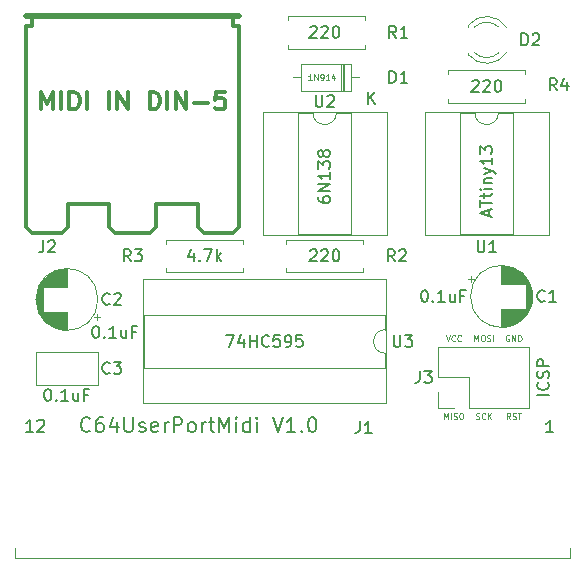
<source format=gto>
G04 #@! TF.GenerationSoftware,KiCad,Pcbnew,5.1.9+dfsg1-1*
G04 #@! TF.CreationDate,2021-03-03T12:24:53-06:00*
G04 #@! TF.ProjectId,C64UserPortMidi,43363455-7365-4725-906f-72744d696469,rev?*
G04 #@! TF.SameCoordinates,Original*
G04 #@! TF.FileFunction,Legend,Top*
G04 #@! TF.FilePolarity,Positive*
%FSLAX46Y46*%
G04 Gerber Fmt 4.6, Leading zero omitted, Abs format (unit mm)*
G04 Created by KiCad (PCBNEW 5.1.9+dfsg1-1) date 2021-03-03 12:24:53*
%MOMM*%
%LPD*%
G01*
G04 APERTURE LIST*
%ADD10C,0.150000*%
%ADD11C,0.200000*%
%ADD12C,0.100000*%
%ADD13C,0.304800*%
%ADD14C,0.500000*%
%ADD15C,0.120000*%
%ADD16C,0.300000*%
G04 APERTURE END LIST*
D10*
X132365904Y-109148619D02*
X132413523Y-109101000D01*
X132508761Y-109053380D01*
X132746857Y-109053380D01*
X132842095Y-109101000D01*
X132889714Y-109148619D01*
X132937333Y-109243857D01*
X132937333Y-109339095D01*
X132889714Y-109481952D01*
X132318285Y-110053380D01*
X132937333Y-110053380D01*
X133318285Y-109148619D02*
X133365904Y-109101000D01*
X133461142Y-109053380D01*
X133699238Y-109053380D01*
X133794476Y-109101000D01*
X133842095Y-109148619D01*
X133889714Y-109243857D01*
X133889714Y-109339095D01*
X133842095Y-109481952D01*
X133270666Y-110053380D01*
X133889714Y-110053380D01*
X134508761Y-109053380D02*
X134604000Y-109053380D01*
X134699238Y-109101000D01*
X134746857Y-109148619D01*
X134794476Y-109243857D01*
X134842095Y-109434333D01*
X134842095Y-109672428D01*
X134794476Y-109862904D01*
X134746857Y-109958142D01*
X134699238Y-110005761D01*
X134604000Y-110053380D01*
X134508761Y-110053380D01*
X134413523Y-110005761D01*
X134365904Y-109958142D01*
X134318285Y-109862904D01*
X134270666Y-109672428D01*
X134270666Y-109434333D01*
X134318285Y-109243857D01*
X134365904Y-109148619D01*
X134413523Y-109101000D01*
X134508761Y-109053380D01*
X110117142Y-120864380D02*
X110212380Y-120864380D01*
X110307619Y-120912000D01*
X110355238Y-120959619D01*
X110402857Y-121054857D01*
X110450476Y-121245333D01*
X110450476Y-121483428D01*
X110402857Y-121673904D01*
X110355238Y-121769142D01*
X110307619Y-121816761D01*
X110212380Y-121864380D01*
X110117142Y-121864380D01*
X110021904Y-121816761D01*
X109974285Y-121769142D01*
X109926666Y-121673904D01*
X109879047Y-121483428D01*
X109879047Y-121245333D01*
X109926666Y-121054857D01*
X109974285Y-120959619D01*
X110021904Y-120912000D01*
X110117142Y-120864380D01*
X110879047Y-121769142D02*
X110926666Y-121816761D01*
X110879047Y-121864380D01*
X110831428Y-121816761D01*
X110879047Y-121769142D01*
X110879047Y-121864380D01*
X111879047Y-121864380D02*
X111307619Y-121864380D01*
X111593333Y-121864380D02*
X111593333Y-120864380D01*
X111498095Y-121007238D01*
X111402857Y-121102476D01*
X111307619Y-121150095D01*
X112736190Y-121197714D02*
X112736190Y-121864380D01*
X112307619Y-121197714D02*
X112307619Y-121721523D01*
X112355238Y-121816761D01*
X112450476Y-121864380D01*
X112593333Y-121864380D01*
X112688571Y-121816761D01*
X112736190Y-121769142D01*
X113545714Y-121340571D02*
X113212380Y-121340571D01*
X113212380Y-121864380D02*
X113212380Y-120864380D01*
X113688571Y-120864380D01*
D11*
X113739571Y-124398428D02*
X113680047Y-124457952D01*
X113501476Y-124517476D01*
X113382428Y-124517476D01*
X113203857Y-124457952D01*
X113084809Y-124338904D01*
X113025285Y-124219857D01*
X112965761Y-123981761D01*
X112965761Y-123803190D01*
X113025285Y-123565095D01*
X113084809Y-123446047D01*
X113203857Y-123327000D01*
X113382428Y-123267476D01*
X113501476Y-123267476D01*
X113680047Y-123327000D01*
X113739571Y-123386523D01*
X114811000Y-123267476D02*
X114572904Y-123267476D01*
X114453857Y-123327000D01*
X114394333Y-123386523D01*
X114275285Y-123565095D01*
X114215761Y-123803190D01*
X114215761Y-124279380D01*
X114275285Y-124398428D01*
X114334809Y-124457952D01*
X114453857Y-124517476D01*
X114691952Y-124517476D01*
X114811000Y-124457952D01*
X114870523Y-124398428D01*
X114930047Y-124279380D01*
X114930047Y-123981761D01*
X114870523Y-123862714D01*
X114811000Y-123803190D01*
X114691952Y-123743666D01*
X114453857Y-123743666D01*
X114334809Y-123803190D01*
X114275285Y-123862714D01*
X114215761Y-123981761D01*
X116001476Y-123684142D02*
X116001476Y-124517476D01*
X115703857Y-123207952D02*
X115406238Y-124100809D01*
X116180047Y-124100809D01*
X116656238Y-123267476D02*
X116656238Y-124279380D01*
X116715761Y-124398428D01*
X116775285Y-124457952D01*
X116894333Y-124517476D01*
X117132428Y-124517476D01*
X117251476Y-124457952D01*
X117311000Y-124398428D01*
X117370523Y-124279380D01*
X117370523Y-123267476D01*
X117906238Y-124457952D02*
X118025285Y-124517476D01*
X118263380Y-124517476D01*
X118382428Y-124457952D01*
X118441952Y-124338904D01*
X118441952Y-124279380D01*
X118382428Y-124160333D01*
X118263380Y-124100809D01*
X118084809Y-124100809D01*
X117965761Y-124041285D01*
X117906238Y-123922238D01*
X117906238Y-123862714D01*
X117965761Y-123743666D01*
X118084809Y-123684142D01*
X118263380Y-123684142D01*
X118382428Y-123743666D01*
X119453857Y-124457952D02*
X119334809Y-124517476D01*
X119096714Y-124517476D01*
X118977666Y-124457952D01*
X118918142Y-124338904D01*
X118918142Y-123862714D01*
X118977666Y-123743666D01*
X119096714Y-123684142D01*
X119334809Y-123684142D01*
X119453857Y-123743666D01*
X119513380Y-123862714D01*
X119513380Y-123981761D01*
X118918142Y-124100809D01*
X120049095Y-124517476D02*
X120049095Y-123684142D01*
X120049095Y-123922238D02*
X120108619Y-123803190D01*
X120168142Y-123743666D01*
X120287190Y-123684142D01*
X120406238Y-123684142D01*
X120822904Y-124517476D02*
X120822904Y-123267476D01*
X121299095Y-123267476D01*
X121418142Y-123327000D01*
X121477666Y-123386523D01*
X121537190Y-123505571D01*
X121537190Y-123684142D01*
X121477666Y-123803190D01*
X121418142Y-123862714D01*
X121299095Y-123922238D01*
X120822904Y-123922238D01*
X122251476Y-124517476D02*
X122132428Y-124457952D01*
X122072904Y-124398428D01*
X122013380Y-124279380D01*
X122013380Y-123922238D01*
X122072904Y-123803190D01*
X122132428Y-123743666D01*
X122251476Y-123684142D01*
X122430047Y-123684142D01*
X122549095Y-123743666D01*
X122608619Y-123803190D01*
X122668142Y-123922238D01*
X122668142Y-124279380D01*
X122608619Y-124398428D01*
X122549095Y-124457952D01*
X122430047Y-124517476D01*
X122251476Y-124517476D01*
X123203857Y-124517476D02*
X123203857Y-123684142D01*
X123203857Y-123922238D02*
X123263380Y-123803190D01*
X123322904Y-123743666D01*
X123441952Y-123684142D01*
X123561000Y-123684142D01*
X123799095Y-123684142D02*
X124275285Y-123684142D01*
X123977666Y-123267476D02*
X123977666Y-124338904D01*
X124037190Y-124457952D01*
X124156238Y-124517476D01*
X124275285Y-124517476D01*
X124691952Y-124517476D02*
X124691952Y-123267476D01*
X125108619Y-124160333D01*
X125525285Y-123267476D01*
X125525285Y-124517476D01*
X126120523Y-124517476D02*
X126120523Y-123684142D01*
X126120523Y-123267476D02*
X126061000Y-123327000D01*
X126120523Y-123386523D01*
X126180047Y-123327000D01*
X126120523Y-123267476D01*
X126120523Y-123386523D01*
X127251476Y-124517476D02*
X127251476Y-123267476D01*
X127251476Y-124457952D02*
X127132428Y-124517476D01*
X126894333Y-124517476D01*
X126775285Y-124457952D01*
X126715761Y-124398428D01*
X126656238Y-124279380D01*
X126656238Y-123922238D01*
X126715761Y-123803190D01*
X126775285Y-123743666D01*
X126894333Y-123684142D01*
X127132428Y-123684142D01*
X127251476Y-123743666D01*
X127846714Y-124517476D02*
X127846714Y-123684142D01*
X127846714Y-123267476D02*
X127787190Y-123327000D01*
X127846714Y-123386523D01*
X127906238Y-123327000D01*
X127846714Y-123267476D01*
X127846714Y-123386523D01*
X129215761Y-123267476D02*
X129632428Y-124517476D01*
X130049095Y-123267476D01*
X131120523Y-124517476D02*
X130406238Y-124517476D01*
X130763380Y-124517476D02*
X130763380Y-123267476D01*
X130644333Y-123446047D01*
X130525285Y-123565095D01*
X130406238Y-123624619D01*
X131656238Y-124398428D02*
X131715761Y-124457952D01*
X131656238Y-124517476D01*
X131596714Y-124457952D01*
X131656238Y-124398428D01*
X131656238Y-124517476D01*
X132489571Y-123267476D02*
X132608619Y-123267476D01*
X132727666Y-123327000D01*
X132787190Y-123386523D01*
X132846714Y-123505571D01*
X132906238Y-123743666D01*
X132906238Y-124041285D01*
X132846714Y-124279380D01*
X132787190Y-124398428D01*
X132727666Y-124457952D01*
X132608619Y-124517476D01*
X132489571Y-124517476D01*
X132370523Y-124457952D01*
X132311000Y-124398428D01*
X132251476Y-124279380D01*
X132191952Y-124041285D01*
X132191952Y-123743666D01*
X132251476Y-123505571D01*
X132311000Y-123386523D01*
X132370523Y-123327000D01*
X132489571Y-123267476D01*
D10*
X152598380Y-121364190D02*
X151598380Y-121364190D01*
X152503142Y-120316571D02*
X152550761Y-120364190D01*
X152598380Y-120507047D01*
X152598380Y-120602285D01*
X152550761Y-120745142D01*
X152455523Y-120840380D01*
X152360285Y-120888000D01*
X152169809Y-120935619D01*
X152026952Y-120935619D01*
X151836476Y-120888000D01*
X151741238Y-120840380D01*
X151646000Y-120745142D01*
X151598380Y-120602285D01*
X151598380Y-120507047D01*
X151646000Y-120364190D01*
X151693619Y-120316571D01*
X152550761Y-119935619D02*
X152598380Y-119792761D01*
X152598380Y-119554666D01*
X152550761Y-119459428D01*
X152503142Y-119411809D01*
X152407904Y-119364190D01*
X152312666Y-119364190D01*
X152217428Y-119411809D01*
X152169809Y-119459428D01*
X152122190Y-119554666D01*
X152074571Y-119745142D01*
X152026952Y-119840380D01*
X151979333Y-119888000D01*
X151884095Y-119935619D01*
X151788857Y-119935619D01*
X151693619Y-119888000D01*
X151646000Y-119840380D01*
X151598380Y-119745142D01*
X151598380Y-119507047D01*
X151646000Y-119364190D01*
X152598380Y-118935619D02*
X151598380Y-118935619D01*
X151598380Y-118554666D01*
X151646000Y-118459428D01*
X151693619Y-118411809D01*
X151788857Y-118364190D01*
X151931714Y-118364190D01*
X152026952Y-118411809D01*
X152074571Y-118459428D01*
X152122190Y-118554666D01*
X152122190Y-118935619D01*
D12*
X143740285Y-123416190D02*
X143740285Y-122916190D01*
X143906952Y-123273333D01*
X144073619Y-122916190D01*
X144073619Y-123416190D01*
X144311714Y-123416190D02*
X144311714Y-122916190D01*
X144526000Y-123392380D02*
X144597428Y-123416190D01*
X144716476Y-123416190D01*
X144764095Y-123392380D01*
X144787904Y-123368571D01*
X144811714Y-123320952D01*
X144811714Y-123273333D01*
X144787904Y-123225714D01*
X144764095Y-123201904D01*
X144716476Y-123178095D01*
X144621238Y-123154285D01*
X144573619Y-123130476D01*
X144549809Y-123106666D01*
X144526000Y-123059047D01*
X144526000Y-123011428D01*
X144549809Y-122963809D01*
X144573619Y-122940000D01*
X144621238Y-122916190D01*
X144740285Y-122916190D01*
X144811714Y-122940000D01*
X145121238Y-122916190D02*
X145216476Y-122916190D01*
X145264095Y-122940000D01*
X145311714Y-122987619D01*
X145335523Y-123082857D01*
X145335523Y-123249523D01*
X145311714Y-123344761D01*
X145264095Y-123392380D01*
X145216476Y-123416190D01*
X145121238Y-123416190D01*
X145073619Y-123392380D01*
X145026000Y-123344761D01*
X145002190Y-123249523D01*
X145002190Y-123082857D01*
X145026000Y-122987619D01*
X145073619Y-122940000D01*
X145121238Y-122916190D01*
X146423142Y-123392380D02*
X146494571Y-123416190D01*
X146613619Y-123416190D01*
X146661238Y-123392380D01*
X146685047Y-123368571D01*
X146708857Y-123320952D01*
X146708857Y-123273333D01*
X146685047Y-123225714D01*
X146661238Y-123201904D01*
X146613619Y-123178095D01*
X146518380Y-123154285D01*
X146470761Y-123130476D01*
X146446952Y-123106666D01*
X146423142Y-123059047D01*
X146423142Y-123011428D01*
X146446952Y-122963809D01*
X146470761Y-122940000D01*
X146518380Y-122916190D01*
X146637428Y-122916190D01*
X146708857Y-122940000D01*
X147208857Y-123368571D02*
X147185047Y-123392380D01*
X147113619Y-123416190D01*
X147066000Y-123416190D01*
X146994571Y-123392380D01*
X146946952Y-123344761D01*
X146923142Y-123297142D01*
X146899333Y-123201904D01*
X146899333Y-123130476D01*
X146923142Y-123035238D01*
X146946952Y-122987619D01*
X146994571Y-122940000D01*
X147066000Y-122916190D01*
X147113619Y-122916190D01*
X147185047Y-122940000D01*
X147208857Y-122963809D01*
X147423142Y-123416190D02*
X147423142Y-122916190D01*
X147708857Y-123416190D02*
X147494571Y-123130476D01*
X147708857Y-122916190D02*
X147423142Y-123201904D01*
X149332190Y-123416190D02*
X149165523Y-123178095D01*
X149046476Y-123416190D02*
X149046476Y-122916190D01*
X149236952Y-122916190D01*
X149284571Y-122940000D01*
X149308380Y-122963809D01*
X149332190Y-123011428D01*
X149332190Y-123082857D01*
X149308380Y-123130476D01*
X149284571Y-123154285D01*
X149236952Y-123178095D01*
X149046476Y-123178095D01*
X149522666Y-123392380D02*
X149594095Y-123416190D01*
X149713142Y-123416190D01*
X149760761Y-123392380D01*
X149784571Y-123368571D01*
X149808380Y-123320952D01*
X149808380Y-123273333D01*
X149784571Y-123225714D01*
X149760761Y-123201904D01*
X149713142Y-123178095D01*
X149617904Y-123154285D01*
X149570285Y-123130476D01*
X149546476Y-123106666D01*
X149522666Y-123059047D01*
X149522666Y-123011428D01*
X149546476Y-122963809D01*
X149570285Y-122940000D01*
X149617904Y-122916190D01*
X149736952Y-122916190D01*
X149808380Y-122940000D01*
X149951238Y-122916190D02*
X150236952Y-122916190D01*
X150094095Y-123416190D02*
X150094095Y-122916190D01*
X149225047Y-116336000D02*
X149177428Y-116312190D01*
X149106000Y-116312190D01*
X149034571Y-116336000D01*
X148986952Y-116383619D01*
X148963142Y-116431238D01*
X148939333Y-116526476D01*
X148939333Y-116597904D01*
X148963142Y-116693142D01*
X148986952Y-116740761D01*
X149034571Y-116788380D01*
X149106000Y-116812190D01*
X149153619Y-116812190D01*
X149225047Y-116788380D01*
X149248857Y-116764571D01*
X149248857Y-116597904D01*
X149153619Y-116597904D01*
X149463142Y-116812190D02*
X149463142Y-116312190D01*
X149748857Y-116812190D01*
X149748857Y-116312190D01*
X149986952Y-116812190D02*
X149986952Y-116312190D01*
X150106000Y-116312190D01*
X150177428Y-116336000D01*
X150225047Y-116383619D01*
X150248857Y-116431238D01*
X150272666Y-116526476D01*
X150272666Y-116597904D01*
X150248857Y-116693142D01*
X150225047Y-116740761D01*
X150177428Y-116788380D01*
X150106000Y-116812190D01*
X149986952Y-116812190D01*
X146280285Y-116812190D02*
X146280285Y-116312190D01*
X146446952Y-116669333D01*
X146613619Y-116312190D01*
X146613619Y-116812190D01*
X146946952Y-116312190D02*
X147042190Y-116312190D01*
X147089809Y-116336000D01*
X147137428Y-116383619D01*
X147161238Y-116478857D01*
X147161238Y-116645523D01*
X147137428Y-116740761D01*
X147089809Y-116788380D01*
X147042190Y-116812190D01*
X146946952Y-116812190D01*
X146899333Y-116788380D01*
X146851714Y-116740761D01*
X146827904Y-116645523D01*
X146827904Y-116478857D01*
X146851714Y-116383619D01*
X146899333Y-116336000D01*
X146946952Y-116312190D01*
X147351714Y-116788380D02*
X147423142Y-116812190D01*
X147542190Y-116812190D01*
X147589809Y-116788380D01*
X147613619Y-116764571D01*
X147637428Y-116716952D01*
X147637428Y-116669333D01*
X147613619Y-116621714D01*
X147589809Y-116597904D01*
X147542190Y-116574095D01*
X147446952Y-116550285D01*
X147399333Y-116526476D01*
X147375523Y-116502666D01*
X147351714Y-116455047D01*
X147351714Y-116407428D01*
X147375523Y-116359809D01*
X147399333Y-116336000D01*
X147446952Y-116312190D01*
X147566000Y-116312190D01*
X147637428Y-116336000D01*
X147851714Y-116812190D02*
X147851714Y-116312190D01*
X143859333Y-116312190D02*
X144026000Y-116812190D01*
X144192666Y-116312190D01*
X144645047Y-116764571D02*
X144621238Y-116788380D01*
X144549809Y-116812190D01*
X144502190Y-116812190D01*
X144430761Y-116788380D01*
X144383142Y-116740761D01*
X144359333Y-116693142D01*
X144335523Y-116597904D01*
X144335523Y-116526476D01*
X144359333Y-116431238D01*
X144383142Y-116383619D01*
X144430761Y-116336000D01*
X144502190Y-116312190D01*
X144549809Y-116312190D01*
X144621238Y-116336000D01*
X144645047Y-116359809D01*
X145145047Y-116764571D02*
X145121238Y-116788380D01*
X145049809Y-116812190D01*
X145002190Y-116812190D01*
X144930761Y-116788380D01*
X144883142Y-116740761D01*
X144859333Y-116693142D01*
X144835523Y-116597904D01*
X144835523Y-116526476D01*
X144859333Y-116431238D01*
X144883142Y-116383619D01*
X144930761Y-116336000D01*
X145002190Y-116312190D01*
X145049809Y-116312190D01*
X145121238Y-116336000D01*
X145145047Y-116359809D01*
D10*
X114181142Y-115530380D02*
X114276380Y-115530380D01*
X114371619Y-115578000D01*
X114419238Y-115625619D01*
X114466857Y-115720857D01*
X114514476Y-115911333D01*
X114514476Y-116149428D01*
X114466857Y-116339904D01*
X114419238Y-116435142D01*
X114371619Y-116482761D01*
X114276380Y-116530380D01*
X114181142Y-116530380D01*
X114085904Y-116482761D01*
X114038285Y-116435142D01*
X113990666Y-116339904D01*
X113943047Y-116149428D01*
X113943047Y-115911333D01*
X113990666Y-115720857D01*
X114038285Y-115625619D01*
X114085904Y-115578000D01*
X114181142Y-115530380D01*
X114943047Y-116435142D02*
X114990666Y-116482761D01*
X114943047Y-116530380D01*
X114895428Y-116482761D01*
X114943047Y-116435142D01*
X114943047Y-116530380D01*
X115943047Y-116530380D02*
X115371619Y-116530380D01*
X115657333Y-116530380D02*
X115657333Y-115530380D01*
X115562095Y-115673238D01*
X115466857Y-115768476D01*
X115371619Y-115816095D01*
X116800190Y-115863714D02*
X116800190Y-116530380D01*
X116371619Y-115863714D02*
X116371619Y-116387523D01*
X116419238Y-116482761D01*
X116514476Y-116530380D01*
X116657333Y-116530380D01*
X116752571Y-116482761D01*
X116800190Y-116435142D01*
X117609714Y-116006571D02*
X117276380Y-116006571D01*
X117276380Y-116530380D02*
X117276380Y-115530380D01*
X117752571Y-115530380D01*
X141994142Y-112482380D02*
X142089380Y-112482380D01*
X142184619Y-112530000D01*
X142232238Y-112577619D01*
X142279857Y-112672857D01*
X142327476Y-112863333D01*
X142327476Y-113101428D01*
X142279857Y-113291904D01*
X142232238Y-113387142D01*
X142184619Y-113434761D01*
X142089380Y-113482380D01*
X141994142Y-113482380D01*
X141898904Y-113434761D01*
X141851285Y-113387142D01*
X141803666Y-113291904D01*
X141756047Y-113101428D01*
X141756047Y-112863333D01*
X141803666Y-112672857D01*
X141851285Y-112577619D01*
X141898904Y-112530000D01*
X141994142Y-112482380D01*
X142756047Y-113387142D02*
X142803666Y-113434761D01*
X142756047Y-113482380D01*
X142708428Y-113434761D01*
X142756047Y-113387142D01*
X142756047Y-113482380D01*
X143756047Y-113482380D02*
X143184619Y-113482380D01*
X143470333Y-113482380D02*
X143470333Y-112482380D01*
X143375095Y-112625238D01*
X143279857Y-112720476D01*
X143184619Y-112768095D01*
X144613190Y-112815714D02*
X144613190Y-113482380D01*
X144184619Y-112815714D02*
X144184619Y-113339523D01*
X144232238Y-113434761D01*
X144327476Y-113482380D01*
X144470333Y-113482380D01*
X144565571Y-113434761D01*
X144613190Y-113387142D01*
X145422714Y-112958571D02*
X145089380Y-112958571D01*
X145089380Y-113482380D02*
X145089380Y-112482380D01*
X145565571Y-112482380D01*
X125262095Y-116292380D02*
X125928761Y-116292380D01*
X125500190Y-117292380D01*
X126738285Y-116625714D02*
X126738285Y-117292380D01*
X126500190Y-116244761D02*
X126262095Y-116959047D01*
X126881142Y-116959047D01*
X127262095Y-117292380D02*
X127262095Y-116292380D01*
X127262095Y-116768571D02*
X127833523Y-116768571D01*
X127833523Y-117292380D02*
X127833523Y-116292380D01*
X128881142Y-117197142D02*
X128833523Y-117244761D01*
X128690666Y-117292380D01*
X128595428Y-117292380D01*
X128452571Y-117244761D01*
X128357333Y-117149523D01*
X128309714Y-117054285D01*
X128262095Y-116863809D01*
X128262095Y-116720952D01*
X128309714Y-116530476D01*
X128357333Y-116435238D01*
X128452571Y-116340000D01*
X128595428Y-116292380D01*
X128690666Y-116292380D01*
X128833523Y-116340000D01*
X128881142Y-116387619D01*
X129785904Y-116292380D02*
X129309714Y-116292380D01*
X129262095Y-116768571D01*
X129309714Y-116720952D01*
X129404952Y-116673333D01*
X129643047Y-116673333D01*
X129738285Y-116720952D01*
X129785904Y-116768571D01*
X129833523Y-116863809D01*
X129833523Y-117101904D01*
X129785904Y-117197142D01*
X129738285Y-117244761D01*
X129643047Y-117292380D01*
X129404952Y-117292380D01*
X129309714Y-117244761D01*
X129262095Y-117197142D01*
X130309714Y-117292380D02*
X130500190Y-117292380D01*
X130595428Y-117244761D01*
X130643047Y-117197142D01*
X130738285Y-117054285D01*
X130785904Y-116863809D01*
X130785904Y-116482857D01*
X130738285Y-116387619D01*
X130690666Y-116340000D01*
X130595428Y-116292380D01*
X130404952Y-116292380D01*
X130309714Y-116340000D01*
X130262095Y-116387619D01*
X130214476Y-116482857D01*
X130214476Y-116720952D01*
X130262095Y-116816190D01*
X130309714Y-116863809D01*
X130404952Y-116911428D01*
X130595428Y-116911428D01*
X130690666Y-116863809D01*
X130738285Y-116816190D01*
X130785904Y-116720952D01*
X131690666Y-116292380D02*
X131214476Y-116292380D01*
X131166857Y-116768571D01*
X131214476Y-116720952D01*
X131309714Y-116673333D01*
X131547809Y-116673333D01*
X131643047Y-116720952D01*
X131690666Y-116768571D01*
X131738285Y-116863809D01*
X131738285Y-117101904D01*
X131690666Y-117197142D01*
X131643047Y-117244761D01*
X131547809Y-117292380D01*
X131309714Y-117292380D01*
X131214476Y-117244761D01*
X131166857Y-117197142D01*
X147486666Y-106179571D02*
X147486666Y-105703380D01*
X147772380Y-106274809D02*
X146772380Y-105941476D01*
X147772380Y-105608142D01*
X146772380Y-105417666D02*
X146772380Y-104846238D01*
X147772380Y-105131952D02*
X146772380Y-105131952D01*
X147105714Y-104655761D02*
X147105714Y-104274809D01*
X146772380Y-104512904D02*
X147629523Y-104512904D01*
X147724761Y-104465285D01*
X147772380Y-104370047D01*
X147772380Y-104274809D01*
X147772380Y-103941476D02*
X147105714Y-103941476D01*
X146772380Y-103941476D02*
X146820000Y-103989095D01*
X146867619Y-103941476D01*
X146820000Y-103893857D01*
X146772380Y-103941476D01*
X146867619Y-103941476D01*
X147105714Y-103465285D02*
X147772380Y-103465285D01*
X147200952Y-103465285D02*
X147153333Y-103417666D01*
X147105714Y-103322428D01*
X147105714Y-103179571D01*
X147153333Y-103084333D01*
X147248571Y-103036714D01*
X147772380Y-103036714D01*
X147105714Y-102655761D02*
X147772380Y-102417666D01*
X147105714Y-102179571D02*
X147772380Y-102417666D01*
X148010476Y-102512904D01*
X148058095Y-102560523D01*
X148105714Y-102655761D01*
X147772380Y-101274809D02*
X147772380Y-101846238D01*
X147772380Y-101560523D02*
X146772380Y-101560523D01*
X146915238Y-101655761D01*
X147010476Y-101751000D01*
X147058095Y-101846238D01*
X146772380Y-100941476D02*
X146772380Y-100322428D01*
X147153333Y-100655761D01*
X147153333Y-100512904D01*
X147200952Y-100417666D01*
X147248571Y-100370047D01*
X147343809Y-100322428D01*
X147581904Y-100322428D01*
X147677142Y-100370047D01*
X147724761Y-100417666D01*
X147772380Y-100512904D01*
X147772380Y-100798619D01*
X147724761Y-100893857D01*
X147677142Y-100941476D01*
X133056380Y-104631904D02*
X133056380Y-104822380D01*
X133104000Y-104917619D01*
X133151619Y-104965238D01*
X133294476Y-105060476D01*
X133484952Y-105108095D01*
X133865904Y-105108095D01*
X133961142Y-105060476D01*
X134008761Y-105012857D01*
X134056380Y-104917619D01*
X134056380Y-104727142D01*
X134008761Y-104631904D01*
X133961142Y-104584285D01*
X133865904Y-104536666D01*
X133627809Y-104536666D01*
X133532571Y-104584285D01*
X133484952Y-104631904D01*
X133437333Y-104727142D01*
X133437333Y-104917619D01*
X133484952Y-105012857D01*
X133532571Y-105060476D01*
X133627809Y-105108095D01*
X134056380Y-104108095D02*
X133056380Y-104108095D01*
X134056380Y-103536666D01*
X133056380Y-103536666D01*
X134056380Y-102536666D02*
X134056380Y-103108095D01*
X134056380Y-102822380D02*
X133056380Y-102822380D01*
X133199238Y-102917619D01*
X133294476Y-103012857D01*
X133342095Y-103108095D01*
X133056380Y-102203333D02*
X133056380Y-101584285D01*
X133437333Y-101917619D01*
X133437333Y-101774761D01*
X133484952Y-101679523D01*
X133532571Y-101631904D01*
X133627809Y-101584285D01*
X133865904Y-101584285D01*
X133961142Y-101631904D01*
X134008761Y-101679523D01*
X134056380Y-101774761D01*
X134056380Y-102060476D01*
X134008761Y-102155714D01*
X133961142Y-102203333D01*
X133484952Y-101012857D02*
X133437333Y-101108095D01*
X133389714Y-101155714D01*
X133294476Y-101203333D01*
X133246857Y-101203333D01*
X133151619Y-101155714D01*
X133104000Y-101108095D01*
X133056380Y-101012857D01*
X133056380Y-100822380D01*
X133104000Y-100727142D01*
X133151619Y-100679523D01*
X133246857Y-100631904D01*
X133294476Y-100631904D01*
X133389714Y-100679523D01*
X133437333Y-100727142D01*
X133484952Y-100822380D01*
X133484952Y-101012857D01*
X133532571Y-101108095D01*
X133580190Y-101155714D01*
X133675428Y-101203333D01*
X133865904Y-101203333D01*
X133961142Y-101155714D01*
X134008761Y-101108095D01*
X134056380Y-101012857D01*
X134056380Y-100822380D01*
X134008761Y-100727142D01*
X133961142Y-100679523D01*
X133865904Y-100631904D01*
X133675428Y-100631904D01*
X133580190Y-100679523D01*
X133532571Y-100727142D01*
X133484952Y-100822380D01*
D12*
X132516666Y-94714190D02*
X132230952Y-94714190D01*
X132373809Y-94714190D02*
X132373809Y-94214190D01*
X132326190Y-94285619D01*
X132278571Y-94333238D01*
X132230952Y-94357047D01*
X132730952Y-94714190D02*
X132730952Y-94214190D01*
X133016666Y-94714190D01*
X133016666Y-94214190D01*
X133278571Y-94714190D02*
X133373809Y-94714190D01*
X133421428Y-94690380D01*
X133445238Y-94666571D01*
X133492857Y-94595142D01*
X133516666Y-94499904D01*
X133516666Y-94309428D01*
X133492857Y-94261809D01*
X133469047Y-94238000D01*
X133421428Y-94214190D01*
X133326190Y-94214190D01*
X133278571Y-94238000D01*
X133254761Y-94261809D01*
X133230952Y-94309428D01*
X133230952Y-94428476D01*
X133254761Y-94476095D01*
X133278571Y-94499904D01*
X133326190Y-94523714D01*
X133421428Y-94523714D01*
X133469047Y-94499904D01*
X133492857Y-94476095D01*
X133516666Y-94428476D01*
X133992857Y-94714190D02*
X133707142Y-94714190D01*
X133850000Y-94714190D02*
X133850000Y-94214190D01*
X133802380Y-94285619D01*
X133754761Y-94333238D01*
X133707142Y-94357047D01*
X134421428Y-94380857D02*
X134421428Y-94714190D01*
X134302380Y-94190380D02*
X134183333Y-94547523D01*
X134492857Y-94547523D01*
D10*
X122515428Y-109386714D02*
X122515428Y-110053380D01*
X122277333Y-109005761D02*
X122039238Y-109720047D01*
X122658285Y-109720047D01*
X123039238Y-109958142D02*
X123086857Y-110005761D01*
X123039238Y-110053380D01*
X122991619Y-110005761D01*
X123039238Y-109958142D01*
X123039238Y-110053380D01*
X123420190Y-109053380D02*
X124086857Y-109053380D01*
X123658285Y-110053380D01*
X124467809Y-110053380D02*
X124467809Y-109053380D01*
X124563047Y-109672428D02*
X124848761Y-110053380D01*
X124848761Y-109386714D02*
X124467809Y-109767666D01*
X146081904Y-94797619D02*
X146129523Y-94750000D01*
X146224761Y-94702380D01*
X146462857Y-94702380D01*
X146558095Y-94750000D01*
X146605714Y-94797619D01*
X146653333Y-94892857D01*
X146653333Y-94988095D01*
X146605714Y-95130952D01*
X146034285Y-95702380D01*
X146653333Y-95702380D01*
X147034285Y-94797619D02*
X147081904Y-94750000D01*
X147177142Y-94702380D01*
X147415238Y-94702380D01*
X147510476Y-94750000D01*
X147558095Y-94797619D01*
X147605714Y-94892857D01*
X147605714Y-94988095D01*
X147558095Y-95130952D01*
X146986666Y-95702380D01*
X147605714Y-95702380D01*
X148224761Y-94702380D02*
X148320000Y-94702380D01*
X148415238Y-94750000D01*
X148462857Y-94797619D01*
X148510476Y-94892857D01*
X148558095Y-95083333D01*
X148558095Y-95321428D01*
X148510476Y-95511904D01*
X148462857Y-95607142D01*
X148415238Y-95654761D01*
X148320000Y-95702380D01*
X148224761Y-95702380D01*
X148129523Y-95654761D01*
X148081904Y-95607142D01*
X148034285Y-95511904D01*
X147986666Y-95321428D01*
X147986666Y-95083333D01*
X148034285Y-94892857D01*
X148081904Y-94797619D01*
X148129523Y-94750000D01*
X148224761Y-94702380D01*
X132365904Y-90225619D02*
X132413523Y-90178000D01*
X132508761Y-90130380D01*
X132746857Y-90130380D01*
X132842095Y-90178000D01*
X132889714Y-90225619D01*
X132937333Y-90320857D01*
X132937333Y-90416095D01*
X132889714Y-90558952D01*
X132318285Y-91130380D01*
X132937333Y-91130380D01*
X133318285Y-90225619D02*
X133365904Y-90178000D01*
X133461142Y-90130380D01*
X133699238Y-90130380D01*
X133794476Y-90178000D01*
X133842095Y-90225619D01*
X133889714Y-90320857D01*
X133889714Y-90416095D01*
X133842095Y-90558952D01*
X133270666Y-91130380D01*
X133889714Y-91130380D01*
X134508761Y-90130380D02*
X134604000Y-90130380D01*
X134699238Y-90178000D01*
X134746857Y-90225619D01*
X134794476Y-90320857D01*
X134842095Y-90511333D01*
X134842095Y-90749428D01*
X134794476Y-90939904D01*
X134746857Y-91035142D01*
X134699238Y-91082761D01*
X134604000Y-91130380D01*
X134508761Y-91130380D01*
X134413523Y-91082761D01*
X134365904Y-91035142D01*
X134318285Y-90939904D01*
X134270666Y-90749428D01*
X134270666Y-90511333D01*
X134318285Y-90320857D01*
X134365904Y-90225619D01*
X134413523Y-90178000D01*
X134508761Y-90130380D01*
D13*
X126347220Y-107170220D02*
X126347220Y-90170000D01*
X126347220Y-107170220D02*
X125846840Y-107670600D01*
X125846840Y-107670600D02*
X123347480Y-107670600D01*
X123347480Y-107670600D02*
X122847100Y-107170220D01*
X122847100Y-107170220D02*
X122847100Y-105171240D01*
X122847100Y-105171240D02*
X119346980Y-105171240D01*
X108348780Y-107170220D02*
X108348780Y-90170000D01*
X108348780Y-107170220D02*
X108849160Y-107670600D01*
X108849160Y-107670600D02*
X110848140Y-107670600D01*
X110848140Y-107670600D02*
X111348520Y-107670600D01*
X111348520Y-107670600D02*
X111848900Y-107170220D01*
X111848900Y-107170220D02*
X111848900Y-105171240D01*
X111848900Y-105171240D02*
X115349020Y-105171240D01*
X118849140Y-107670600D02*
X119346980Y-107170220D01*
X119346980Y-107170220D02*
X119346980Y-105171240D01*
X118849140Y-107670600D02*
X115846860Y-107670600D01*
X115846860Y-107670600D02*
X115349020Y-107170220D01*
X115349020Y-107170220D02*
X115349020Y-105171240D01*
D14*
X126365000Y-89281000D02*
X108331000Y-89281000D01*
D13*
X108348780Y-90170000D02*
X108849160Y-90170000D01*
X126347220Y-90170000D02*
X125846840Y-90170000D01*
X108849160Y-89535000D02*
X108849160Y-90170000D01*
X125846840Y-90170000D02*
X125846840Y-89408000D01*
D15*
X107354000Y-134348000D02*
X107354000Y-135148000D01*
X107354000Y-135148000D02*
X154354000Y-135148000D01*
X154354000Y-135148000D02*
X154354000Y-134348000D01*
X135251000Y-95608000D02*
X135251000Y-93368000D01*
X135011000Y-95608000D02*
X135011000Y-93368000D01*
X135131000Y-95608000D02*
X135131000Y-93368000D01*
X130961000Y-94488000D02*
X131611000Y-94488000D01*
X136501000Y-94488000D02*
X135851000Y-94488000D01*
X131611000Y-95608000D02*
X135851000Y-95608000D01*
X131611000Y-93368000D02*
X131611000Y-95608000D01*
X135851000Y-93368000D02*
X131611000Y-93368000D01*
X135851000Y-95608000D02*
X135851000Y-93368000D01*
X146019225Y-111305000D02*
X146019225Y-111805000D01*
X145769225Y-111555000D02*
X146269225Y-111555000D01*
X151175000Y-112746000D02*
X151175000Y-113314000D01*
X151135000Y-112512000D02*
X151135000Y-113548000D01*
X151095000Y-112353000D02*
X151095000Y-113707000D01*
X151055000Y-112225000D02*
X151055000Y-113835000D01*
X151015000Y-112115000D02*
X151015000Y-113945000D01*
X150975000Y-112019000D02*
X150975000Y-114041000D01*
X150935000Y-111932000D02*
X150935000Y-114128000D01*
X150895000Y-111852000D02*
X150895000Y-114208000D01*
X150855000Y-111779000D02*
X150855000Y-114281000D01*
X150815000Y-111711000D02*
X150815000Y-114349000D01*
X150775000Y-111647000D02*
X150775000Y-114413000D01*
X150735000Y-111587000D02*
X150735000Y-114473000D01*
X150695000Y-111530000D02*
X150695000Y-114530000D01*
X150655000Y-111476000D02*
X150655000Y-114584000D01*
X150615000Y-111425000D02*
X150615000Y-114635000D01*
X150575000Y-114070000D02*
X150575000Y-114683000D01*
X150575000Y-111377000D02*
X150575000Y-111990000D01*
X150535000Y-114070000D02*
X150535000Y-114729000D01*
X150535000Y-111331000D02*
X150535000Y-111990000D01*
X150495000Y-114070000D02*
X150495000Y-114773000D01*
X150495000Y-111287000D02*
X150495000Y-111990000D01*
X150455000Y-114070000D02*
X150455000Y-114815000D01*
X150455000Y-111245000D02*
X150455000Y-111990000D01*
X150415000Y-114070000D02*
X150415000Y-114856000D01*
X150415000Y-111204000D02*
X150415000Y-111990000D01*
X150375000Y-114070000D02*
X150375000Y-114894000D01*
X150375000Y-111166000D02*
X150375000Y-111990000D01*
X150335000Y-114070000D02*
X150335000Y-114931000D01*
X150335000Y-111129000D02*
X150335000Y-111990000D01*
X150295000Y-114070000D02*
X150295000Y-114967000D01*
X150295000Y-111093000D02*
X150295000Y-111990000D01*
X150255000Y-114070000D02*
X150255000Y-115001000D01*
X150255000Y-111059000D02*
X150255000Y-111990000D01*
X150215000Y-114070000D02*
X150215000Y-115034000D01*
X150215000Y-111026000D02*
X150215000Y-111990000D01*
X150175000Y-114070000D02*
X150175000Y-115065000D01*
X150175000Y-110995000D02*
X150175000Y-111990000D01*
X150135000Y-114070000D02*
X150135000Y-115095000D01*
X150135000Y-110965000D02*
X150135000Y-111990000D01*
X150095000Y-114070000D02*
X150095000Y-115125000D01*
X150095000Y-110935000D02*
X150095000Y-111990000D01*
X150055000Y-114070000D02*
X150055000Y-115152000D01*
X150055000Y-110908000D02*
X150055000Y-111990000D01*
X150015000Y-114070000D02*
X150015000Y-115179000D01*
X150015000Y-110881000D02*
X150015000Y-111990000D01*
X149975000Y-114070000D02*
X149975000Y-115205000D01*
X149975000Y-110855000D02*
X149975000Y-111990000D01*
X149935000Y-114070000D02*
X149935000Y-115230000D01*
X149935000Y-110830000D02*
X149935000Y-111990000D01*
X149895000Y-114070000D02*
X149895000Y-115254000D01*
X149895000Y-110806000D02*
X149895000Y-111990000D01*
X149855000Y-114070000D02*
X149855000Y-115277000D01*
X149855000Y-110783000D02*
X149855000Y-111990000D01*
X149815000Y-114070000D02*
X149815000Y-115298000D01*
X149815000Y-110762000D02*
X149815000Y-111990000D01*
X149775000Y-114070000D02*
X149775000Y-115320000D01*
X149775000Y-110740000D02*
X149775000Y-111990000D01*
X149735000Y-114070000D02*
X149735000Y-115340000D01*
X149735000Y-110720000D02*
X149735000Y-111990000D01*
X149695000Y-114070000D02*
X149695000Y-115359000D01*
X149695000Y-110701000D02*
X149695000Y-111990000D01*
X149655000Y-114070000D02*
X149655000Y-115378000D01*
X149655000Y-110682000D02*
X149655000Y-111990000D01*
X149615000Y-114070000D02*
X149615000Y-115395000D01*
X149615000Y-110665000D02*
X149615000Y-111990000D01*
X149575000Y-114070000D02*
X149575000Y-115412000D01*
X149575000Y-110648000D02*
X149575000Y-111990000D01*
X149535000Y-114070000D02*
X149535000Y-115428000D01*
X149535000Y-110632000D02*
X149535000Y-111990000D01*
X149495000Y-114070000D02*
X149495000Y-115444000D01*
X149495000Y-110616000D02*
X149495000Y-111990000D01*
X149455000Y-114070000D02*
X149455000Y-115458000D01*
X149455000Y-110602000D02*
X149455000Y-111990000D01*
X149415000Y-114070000D02*
X149415000Y-115472000D01*
X149415000Y-110588000D02*
X149415000Y-111990000D01*
X149375000Y-114070000D02*
X149375000Y-115485000D01*
X149375000Y-110575000D02*
X149375000Y-111990000D01*
X149335000Y-114070000D02*
X149335000Y-115498000D01*
X149335000Y-110562000D02*
X149335000Y-111990000D01*
X149295000Y-114070000D02*
X149295000Y-115510000D01*
X149295000Y-110550000D02*
X149295000Y-111990000D01*
X149254000Y-114070000D02*
X149254000Y-115521000D01*
X149254000Y-110539000D02*
X149254000Y-111990000D01*
X149214000Y-114070000D02*
X149214000Y-115531000D01*
X149214000Y-110529000D02*
X149214000Y-111990000D01*
X149174000Y-114070000D02*
X149174000Y-115541000D01*
X149174000Y-110519000D02*
X149174000Y-111990000D01*
X149134000Y-114070000D02*
X149134000Y-115550000D01*
X149134000Y-110510000D02*
X149134000Y-111990000D01*
X149094000Y-114070000D02*
X149094000Y-115558000D01*
X149094000Y-110502000D02*
X149094000Y-111990000D01*
X149054000Y-114070000D02*
X149054000Y-115566000D01*
X149054000Y-110494000D02*
X149054000Y-111990000D01*
X149014000Y-114070000D02*
X149014000Y-115573000D01*
X149014000Y-110487000D02*
X149014000Y-111990000D01*
X148974000Y-114070000D02*
X148974000Y-115580000D01*
X148974000Y-110480000D02*
X148974000Y-111990000D01*
X148934000Y-114070000D02*
X148934000Y-115586000D01*
X148934000Y-110474000D02*
X148934000Y-111990000D01*
X148894000Y-114070000D02*
X148894000Y-115591000D01*
X148894000Y-110469000D02*
X148894000Y-111990000D01*
X148854000Y-114070000D02*
X148854000Y-115595000D01*
X148854000Y-110465000D02*
X148854000Y-111990000D01*
X148814000Y-114070000D02*
X148814000Y-115599000D01*
X148814000Y-110461000D02*
X148814000Y-111990000D01*
X148774000Y-114070000D02*
X148774000Y-115603000D01*
X148774000Y-110457000D02*
X148774000Y-111990000D01*
X148734000Y-114070000D02*
X148734000Y-115606000D01*
X148734000Y-110454000D02*
X148734000Y-111990000D01*
X148694000Y-114070000D02*
X148694000Y-115608000D01*
X148694000Y-110452000D02*
X148694000Y-111990000D01*
X148654000Y-114070000D02*
X148654000Y-115609000D01*
X148654000Y-110451000D02*
X148654000Y-111990000D01*
X148614000Y-110450000D02*
X148614000Y-111990000D01*
X148614000Y-114070000D02*
X148614000Y-115610000D01*
X148574000Y-110450000D02*
X148574000Y-111990000D01*
X148574000Y-114070000D02*
X148574000Y-115610000D01*
X151194000Y-113030000D02*
G75*
G03*
X151194000Y-113030000I-2620000J0D01*
G01*
X114396000Y-113284000D02*
G75*
G03*
X114396000Y-113284000I-2620000J0D01*
G01*
X111776000Y-112244000D02*
X111776000Y-110704000D01*
X111776000Y-115864000D02*
X111776000Y-114324000D01*
X111736000Y-112244000D02*
X111736000Y-110704000D01*
X111736000Y-115864000D02*
X111736000Y-114324000D01*
X111696000Y-115863000D02*
X111696000Y-114324000D01*
X111696000Y-112244000D02*
X111696000Y-110705000D01*
X111656000Y-115862000D02*
X111656000Y-114324000D01*
X111656000Y-112244000D02*
X111656000Y-110706000D01*
X111616000Y-115860000D02*
X111616000Y-114324000D01*
X111616000Y-112244000D02*
X111616000Y-110708000D01*
X111576000Y-115857000D02*
X111576000Y-114324000D01*
X111576000Y-112244000D02*
X111576000Y-110711000D01*
X111536000Y-115853000D02*
X111536000Y-114324000D01*
X111536000Y-112244000D02*
X111536000Y-110715000D01*
X111496000Y-115849000D02*
X111496000Y-114324000D01*
X111496000Y-112244000D02*
X111496000Y-110719000D01*
X111456000Y-115845000D02*
X111456000Y-114324000D01*
X111456000Y-112244000D02*
X111456000Y-110723000D01*
X111416000Y-115840000D02*
X111416000Y-114324000D01*
X111416000Y-112244000D02*
X111416000Y-110728000D01*
X111376000Y-115834000D02*
X111376000Y-114324000D01*
X111376000Y-112244000D02*
X111376000Y-110734000D01*
X111336000Y-115827000D02*
X111336000Y-114324000D01*
X111336000Y-112244000D02*
X111336000Y-110741000D01*
X111296000Y-115820000D02*
X111296000Y-114324000D01*
X111296000Y-112244000D02*
X111296000Y-110748000D01*
X111256000Y-115812000D02*
X111256000Y-114324000D01*
X111256000Y-112244000D02*
X111256000Y-110756000D01*
X111216000Y-115804000D02*
X111216000Y-114324000D01*
X111216000Y-112244000D02*
X111216000Y-110764000D01*
X111176000Y-115795000D02*
X111176000Y-114324000D01*
X111176000Y-112244000D02*
X111176000Y-110773000D01*
X111136000Y-115785000D02*
X111136000Y-114324000D01*
X111136000Y-112244000D02*
X111136000Y-110783000D01*
X111096000Y-115775000D02*
X111096000Y-114324000D01*
X111096000Y-112244000D02*
X111096000Y-110793000D01*
X111055000Y-115764000D02*
X111055000Y-114324000D01*
X111055000Y-112244000D02*
X111055000Y-110804000D01*
X111015000Y-115752000D02*
X111015000Y-114324000D01*
X111015000Y-112244000D02*
X111015000Y-110816000D01*
X110975000Y-115739000D02*
X110975000Y-114324000D01*
X110975000Y-112244000D02*
X110975000Y-110829000D01*
X110935000Y-115726000D02*
X110935000Y-114324000D01*
X110935000Y-112244000D02*
X110935000Y-110842000D01*
X110895000Y-115712000D02*
X110895000Y-114324000D01*
X110895000Y-112244000D02*
X110895000Y-110856000D01*
X110855000Y-115698000D02*
X110855000Y-114324000D01*
X110855000Y-112244000D02*
X110855000Y-110870000D01*
X110815000Y-115682000D02*
X110815000Y-114324000D01*
X110815000Y-112244000D02*
X110815000Y-110886000D01*
X110775000Y-115666000D02*
X110775000Y-114324000D01*
X110775000Y-112244000D02*
X110775000Y-110902000D01*
X110735000Y-115649000D02*
X110735000Y-114324000D01*
X110735000Y-112244000D02*
X110735000Y-110919000D01*
X110695000Y-115632000D02*
X110695000Y-114324000D01*
X110695000Y-112244000D02*
X110695000Y-110936000D01*
X110655000Y-115613000D02*
X110655000Y-114324000D01*
X110655000Y-112244000D02*
X110655000Y-110955000D01*
X110615000Y-115594000D02*
X110615000Y-114324000D01*
X110615000Y-112244000D02*
X110615000Y-110974000D01*
X110575000Y-115574000D02*
X110575000Y-114324000D01*
X110575000Y-112244000D02*
X110575000Y-110994000D01*
X110535000Y-115552000D02*
X110535000Y-114324000D01*
X110535000Y-112244000D02*
X110535000Y-111016000D01*
X110495000Y-115531000D02*
X110495000Y-114324000D01*
X110495000Y-112244000D02*
X110495000Y-111037000D01*
X110455000Y-115508000D02*
X110455000Y-114324000D01*
X110455000Y-112244000D02*
X110455000Y-111060000D01*
X110415000Y-115484000D02*
X110415000Y-114324000D01*
X110415000Y-112244000D02*
X110415000Y-111084000D01*
X110375000Y-115459000D02*
X110375000Y-114324000D01*
X110375000Y-112244000D02*
X110375000Y-111109000D01*
X110335000Y-115433000D02*
X110335000Y-114324000D01*
X110335000Y-112244000D02*
X110335000Y-111135000D01*
X110295000Y-115406000D02*
X110295000Y-114324000D01*
X110295000Y-112244000D02*
X110295000Y-111162000D01*
X110255000Y-115379000D02*
X110255000Y-114324000D01*
X110255000Y-112244000D02*
X110255000Y-111189000D01*
X110215000Y-115349000D02*
X110215000Y-114324000D01*
X110215000Y-112244000D02*
X110215000Y-111219000D01*
X110175000Y-115319000D02*
X110175000Y-114324000D01*
X110175000Y-112244000D02*
X110175000Y-111249000D01*
X110135000Y-115288000D02*
X110135000Y-114324000D01*
X110135000Y-112244000D02*
X110135000Y-111280000D01*
X110095000Y-115255000D02*
X110095000Y-114324000D01*
X110095000Y-112244000D02*
X110095000Y-111313000D01*
X110055000Y-115221000D02*
X110055000Y-114324000D01*
X110055000Y-112244000D02*
X110055000Y-111347000D01*
X110015000Y-115185000D02*
X110015000Y-114324000D01*
X110015000Y-112244000D02*
X110015000Y-111383000D01*
X109975000Y-115148000D02*
X109975000Y-114324000D01*
X109975000Y-112244000D02*
X109975000Y-111420000D01*
X109935000Y-115110000D02*
X109935000Y-114324000D01*
X109935000Y-112244000D02*
X109935000Y-111458000D01*
X109895000Y-115069000D02*
X109895000Y-114324000D01*
X109895000Y-112244000D02*
X109895000Y-111499000D01*
X109855000Y-115027000D02*
X109855000Y-114324000D01*
X109855000Y-112244000D02*
X109855000Y-111541000D01*
X109815000Y-114983000D02*
X109815000Y-114324000D01*
X109815000Y-112244000D02*
X109815000Y-111585000D01*
X109775000Y-114937000D02*
X109775000Y-114324000D01*
X109775000Y-112244000D02*
X109775000Y-111631000D01*
X109735000Y-114889000D02*
X109735000Y-111679000D01*
X109695000Y-114838000D02*
X109695000Y-111730000D01*
X109655000Y-114784000D02*
X109655000Y-111784000D01*
X109615000Y-114727000D02*
X109615000Y-111841000D01*
X109575000Y-114667000D02*
X109575000Y-111901000D01*
X109535000Y-114603000D02*
X109535000Y-111965000D01*
X109495000Y-114535000D02*
X109495000Y-112033000D01*
X109455000Y-114462000D02*
X109455000Y-112106000D01*
X109415000Y-114382000D02*
X109415000Y-112186000D01*
X109375000Y-114295000D02*
X109375000Y-112273000D01*
X109335000Y-114199000D02*
X109335000Y-112369000D01*
X109295000Y-114089000D02*
X109295000Y-112479000D01*
X109255000Y-113961000D02*
X109255000Y-112607000D01*
X109215000Y-113802000D02*
X109215000Y-112766000D01*
X109175000Y-113568000D02*
X109175000Y-113000000D01*
X114580775Y-114759000D02*
X114080775Y-114759000D01*
X114330775Y-115009000D02*
X114330775Y-114509000D01*
X150936000Y-122488000D02*
X150936000Y-117288000D01*
X145796000Y-122488000D02*
X150936000Y-122488000D01*
X143196000Y-117288000D02*
X150936000Y-117288000D01*
X145796000Y-122488000D02*
X145796000Y-119888000D01*
X145796000Y-119888000D02*
X143196000Y-119888000D01*
X143196000Y-119888000D02*
X143196000Y-117288000D01*
X144526000Y-122488000D02*
X143196000Y-122488000D01*
X143196000Y-122488000D02*
X143196000Y-121158000D01*
X130461000Y-89638000D02*
X130461000Y-89308000D01*
X130461000Y-89308000D02*
X137001000Y-89308000D01*
X137001000Y-89308000D02*
X137001000Y-89638000D01*
X130461000Y-91718000D02*
X130461000Y-92048000D01*
X130461000Y-92048000D02*
X137001000Y-92048000D01*
X137001000Y-92048000D02*
X137001000Y-91718000D01*
X136874000Y-110971000D02*
X136874000Y-110641000D01*
X130334000Y-110971000D02*
X136874000Y-110971000D01*
X130334000Y-110641000D02*
X130334000Y-110971000D01*
X136874000Y-108231000D02*
X136874000Y-108561000D01*
X130334000Y-108231000D02*
X136874000Y-108231000D01*
X130334000Y-108561000D02*
X130334000Y-108231000D01*
X126714000Y-110641000D02*
X126714000Y-110971000D01*
X126714000Y-110971000D02*
X120174000Y-110971000D01*
X120174000Y-110971000D02*
X120174000Y-110641000D01*
X126714000Y-108561000D02*
X126714000Y-108231000D01*
X126714000Y-108231000D02*
X120174000Y-108231000D01*
X120174000Y-108231000D02*
X120174000Y-108561000D01*
X146319001Y-97476000D02*
X145069001Y-97476000D01*
X145069001Y-97476000D02*
X145069001Y-107756000D01*
X145069001Y-107756000D02*
X149569001Y-107756000D01*
X149569001Y-107756000D02*
X149569001Y-97476000D01*
X149569001Y-97476000D02*
X148319001Y-97476000D01*
X142069001Y-97416000D02*
X142069001Y-107816000D01*
X142069001Y-107816000D02*
X152569001Y-107816000D01*
X152569001Y-107816000D02*
X152569001Y-97416000D01*
X152569001Y-97416000D02*
X142069001Y-97416000D01*
X148319001Y-97476000D02*
G75*
G02*
X146319001Y-97476000I-1000000J0D01*
G01*
X138854000Y-97416000D02*
X128354000Y-97416000D01*
X138854000Y-107816000D02*
X138854000Y-97416000D01*
X128354000Y-107816000D02*
X138854000Y-107816000D01*
X128354000Y-97416000D02*
X128354000Y-107816000D01*
X135854000Y-97476000D02*
X134604000Y-97476000D01*
X135854000Y-107756000D02*
X135854000Y-97476000D01*
X131354000Y-107756000D02*
X135854000Y-107756000D01*
X131354000Y-97476000D02*
X131354000Y-107756000D01*
X132604000Y-97476000D02*
X131354000Y-97476000D01*
X134604000Y-97476000D02*
G75*
G02*
X132604000Y-97476000I-1000000J0D01*
G01*
X138744000Y-115840000D02*
X138744000Y-114590000D01*
X138744000Y-114590000D02*
X118304000Y-114590000D01*
X118304000Y-114590000D02*
X118304000Y-119090000D01*
X118304000Y-119090000D02*
X138744000Y-119090000D01*
X138744000Y-119090000D02*
X138744000Y-117840000D01*
X138804000Y-111590000D02*
X118244000Y-111590000D01*
X118244000Y-111590000D02*
X118244000Y-122090000D01*
X118244000Y-122090000D02*
X138804000Y-122090000D01*
X138804000Y-122090000D02*
X138804000Y-111590000D01*
X138744000Y-117840000D02*
G75*
G02*
X138744000Y-115840000I0J1000000D01*
G01*
X114400000Y-120496000D02*
X109160000Y-120496000D01*
X114400000Y-117756000D02*
X109160000Y-117756000D01*
X114400000Y-120496000D02*
X114400000Y-117756000D01*
X109160000Y-120496000D02*
X109160000Y-117756000D01*
X150590000Y-96620000D02*
X150590000Y-96290000D01*
X144050000Y-96620000D02*
X150590000Y-96620000D01*
X144050000Y-96290000D02*
X144050000Y-96620000D01*
X150590000Y-93880000D02*
X150590000Y-94210000D01*
X144050000Y-93880000D02*
X150590000Y-93880000D01*
X144050000Y-94210000D02*
X144050000Y-93880000D01*
X145760000Y-92393000D02*
X145760000Y-92549000D01*
X145760000Y-90077000D02*
X145760000Y-90233000D01*
X148992335Y-90234392D02*
G75*
G03*
X145760000Y-90077484I-1672335J-1078608D01*
G01*
X148992335Y-92391608D02*
G75*
G02*
X145760000Y-92548516I-1672335J1078608D01*
G01*
X148361130Y-90233163D02*
G75*
G03*
X146279039Y-90233000I-1041130J-1079837D01*
G01*
X148361130Y-92392837D02*
G75*
G02*
X146279039Y-92393000I-1041130J1079837D01*
G01*
D10*
X109775666Y-108291380D02*
X109775666Y-109005666D01*
X109728047Y-109148523D01*
X109632809Y-109243761D01*
X109489952Y-109291380D01*
X109394714Y-109291380D01*
X110204238Y-108386619D02*
X110251857Y-108339000D01*
X110347095Y-108291380D01*
X110585190Y-108291380D01*
X110680428Y-108339000D01*
X110728047Y-108386619D01*
X110775666Y-108481857D01*
X110775666Y-108577095D01*
X110728047Y-108719952D01*
X110156619Y-109291380D01*
X110775666Y-109291380D01*
D16*
X109562285Y-97198571D02*
X109562285Y-95698571D01*
X110062285Y-96770000D01*
X110562285Y-95698571D01*
X110562285Y-97198571D01*
X111276571Y-97198571D02*
X111276571Y-95698571D01*
X111990857Y-97198571D02*
X111990857Y-95698571D01*
X112348000Y-95698571D01*
X112562285Y-95770000D01*
X112705142Y-95912857D01*
X112776571Y-96055714D01*
X112848000Y-96341428D01*
X112848000Y-96555714D01*
X112776571Y-96841428D01*
X112705142Y-96984285D01*
X112562285Y-97127142D01*
X112348000Y-97198571D01*
X111990857Y-97198571D01*
X113490857Y-97198571D02*
X113490857Y-95698571D01*
X115348000Y-97198571D02*
X115348000Y-95698571D01*
X116062285Y-97198571D02*
X116062285Y-95698571D01*
X116919428Y-97198571D01*
X116919428Y-95698571D01*
X118776571Y-97198571D02*
X118776571Y-95698571D01*
X119133714Y-95698571D01*
X119348000Y-95770000D01*
X119490857Y-95912857D01*
X119562285Y-96055714D01*
X119633714Y-96341428D01*
X119633714Y-96555714D01*
X119562285Y-96841428D01*
X119490857Y-96984285D01*
X119348000Y-97127142D01*
X119133714Y-97198571D01*
X118776571Y-97198571D01*
X120276571Y-97198571D02*
X120276571Y-95698571D01*
X120990857Y-97198571D02*
X120990857Y-95698571D01*
X121848000Y-97198571D01*
X121848000Y-95698571D01*
X122562285Y-96627142D02*
X123705142Y-96627142D01*
X125133714Y-95698571D02*
X124419428Y-95698571D01*
X124347999Y-96412857D01*
X124419428Y-96341428D01*
X124562285Y-96270000D01*
X124919428Y-96270000D01*
X125062285Y-96341428D01*
X125133714Y-96412857D01*
X125205142Y-96555714D01*
X125205142Y-96912857D01*
X125133714Y-97055714D01*
X125062285Y-97127142D01*
X124919428Y-97198571D01*
X124562285Y-97198571D01*
X124419428Y-97127142D01*
X124347999Y-97055714D01*
D10*
X136572666Y-123594880D02*
X136572666Y-124309166D01*
X136525047Y-124452023D01*
X136429809Y-124547261D01*
X136286952Y-124594880D01*
X136191714Y-124594880D01*
X137572666Y-124594880D02*
X137001238Y-124594880D01*
X137286952Y-124594880D02*
X137286952Y-123594880D01*
X137191714Y-123737738D01*
X137096476Y-123832976D01*
X137001238Y-123880595D01*
X108902523Y-124467880D02*
X108331095Y-124467880D01*
X108616809Y-124467880D02*
X108616809Y-123467880D01*
X108521571Y-123610738D01*
X108426333Y-123705976D01*
X108331095Y-123753595D01*
X109283476Y-123563119D02*
X109331095Y-123515500D01*
X109426333Y-123467880D01*
X109664428Y-123467880D01*
X109759666Y-123515500D01*
X109807285Y-123563119D01*
X109854904Y-123658357D01*
X109854904Y-123753595D01*
X109807285Y-123896452D01*
X109235857Y-124467880D01*
X109854904Y-124467880D01*
X152939714Y-124531380D02*
X152368285Y-124531380D01*
X152654000Y-124531380D02*
X152654000Y-123531380D01*
X152558761Y-123674238D01*
X152463523Y-123769476D01*
X152368285Y-123817095D01*
X139088904Y-94940380D02*
X139088904Y-93940380D01*
X139327000Y-93940380D01*
X139469857Y-93988000D01*
X139565095Y-94083238D01*
X139612714Y-94178476D01*
X139660333Y-94368952D01*
X139660333Y-94511809D01*
X139612714Y-94702285D01*
X139565095Y-94797523D01*
X139469857Y-94892761D01*
X139327000Y-94940380D01*
X139088904Y-94940380D01*
X140612714Y-94940380D02*
X140041285Y-94940380D01*
X140327000Y-94940380D02*
X140327000Y-93940380D01*
X140231761Y-94083238D01*
X140136523Y-94178476D01*
X140041285Y-94226095D01*
X137279095Y-96740380D02*
X137279095Y-95740380D01*
X137850523Y-96740380D02*
X137421952Y-96168952D01*
X137850523Y-95740380D02*
X137279095Y-96311809D01*
X152233333Y-113387142D02*
X152185714Y-113434761D01*
X152042857Y-113482380D01*
X151947619Y-113482380D01*
X151804761Y-113434761D01*
X151709523Y-113339523D01*
X151661904Y-113244285D01*
X151614285Y-113053809D01*
X151614285Y-112910952D01*
X151661904Y-112720476D01*
X151709523Y-112625238D01*
X151804761Y-112530000D01*
X151947619Y-112482380D01*
X152042857Y-112482380D01*
X152185714Y-112530000D01*
X152233333Y-112577619D01*
X153185714Y-113482380D02*
X152614285Y-113482380D01*
X152900000Y-113482380D02*
X152900000Y-112482380D01*
X152804761Y-112625238D01*
X152709523Y-112720476D01*
X152614285Y-112768095D01*
X115403333Y-113641142D02*
X115355714Y-113688761D01*
X115212857Y-113736380D01*
X115117619Y-113736380D01*
X114974761Y-113688761D01*
X114879523Y-113593523D01*
X114831904Y-113498285D01*
X114784285Y-113307809D01*
X114784285Y-113164952D01*
X114831904Y-112974476D01*
X114879523Y-112879238D01*
X114974761Y-112784000D01*
X115117619Y-112736380D01*
X115212857Y-112736380D01*
X115355714Y-112784000D01*
X115403333Y-112831619D01*
X115784285Y-112831619D02*
X115831904Y-112784000D01*
X115927142Y-112736380D01*
X116165238Y-112736380D01*
X116260476Y-112784000D01*
X116308095Y-112831619D01*
X116355714Y-112926857D01*
X116355714Y-113022095D01*
X116308095Y-113164952D01*
X115736666Y-113736380D01*
X116355714Y-113736380D01*
X141652666Y-119340380D02*
X141652666Y-120054666D01*
X141605047Y-120197523D01*
X141509809Y-120292761D01*
X141366952Y-120340380D01*
X141271714Y-120340380D01*
X142033619Y-119340380D02*
X142652666Y-119340380D01*
X142319333Y-119721333D01*
X142462190Y-119721333D01*
X142557428Y-119768952D01*
X142605047Y-119816571D01*
X142652666Y-119911809D01*
X142652666Y-120149904D01*
X142605047Y-120245142D01*
X142557428Y-120292761D01*
X142462190Y-120340380D01*
X142176476Y-120340380D01*
X142081238Y-120292761D01*
X142033619Y-120245142D01*
X139660333Y-91130380D02*
X139327000Y-90654190D01*
X139088904Y-91130380D02*
X139088904Y-90130380D01*
X139469857Y-90130380D01*
X139565095Y-90178000D01*
X139612714Y-90225619D01*
X139660333Y-90320857D01*
X139660333Y-90463714D01*
X139612714Y-90558952D01*
X139565095Y-90606571D01*
X139469857Y-90654190D01*
X139088904Y-90654190D01*
X140612714Y-91130380D02*
X140041285Y-91130380D01*
X140327000Y-91130380D02*
X140327000Y-90130380D01*
X140231761Y-90273238D01*
X140136523Y-90368476D01*
X140041285Y-90416095D01*
X139533333Y-110053380D02*
X139200000Y-109577190D01*
X138961904Y-110053380D02*
X138961904Y-109053380D01*
X139342857Y-109053380D01*
X139438095Y-109101000D01*
X139485714Y-109148619D01*
X139533333Y-109243857D01*
X139533333Y-109386714D01*
X139485714Y-109481952D01*
X139438095Y-109529571D01*
X139342857Y-109577190D01*
X138961904Y-109577190D01*
X139914285Y-109148619D02*
X139961904Y-109101000D01*
X140057142Y-109053380D01*
X140295238Y-109053380D01*
X140390476Y-109101000D01*
X140438095Y-109148619D01*
X140485714Y-109243857D01*
X140485714Y-109339095D01*
X140438095Y-109481952D01*
X139866666Y-110053380D01*
X140485714Y-110053380D01*
X117181333Y-110053380D02*
X116848000Y-109577190D01*
X116609904Y-110053380D02*
X116609904Y-109053380D01*
X116990857Y-109053380D01*
X117086095Y-109101000D01*
X117133714Y-109148619D01*
X117181333Y-109243857D01*
X117181333Y-109386714D01*
X117133714Y-109481952D01*
X117086095Y-109529571D01*
X116990857Y-109577190D01*
X116609904Y-109577190D01*
X117514666Y-109053380D02*
X118133714Y-109053380D01*
X117800380Y-109434333D01*
X117943238Y-109434333D01*
X118038476Y-109481952D01*
X118086095Y-109529571D01*
X118133714Y-109624809D01*
X118133714Y-109862904D01*
X118086095Y-109958142D01*
X118038476Y-110005761D01*
X117943238Y-110053380D01*
X117657523Y-110053380D01*
X117562285Y-110005761D01*
X117514666Y-109958142D01*
X146557096Y-108291380D02*
X146557096Y-109100904D01*
X146604715Y-109196142D01*
X146652334Y-109243761D01*
X146747572Y-109291380D01*
X146938048Y-109291380D01*
X147033286Y-109243761D01*
X147080905Y-109196142D01*
X147128524Y-109100904D01*
X147128524Y-108291380D01*
X148128524Y-109291380D02*
X147557096Y-109291380D01*
X147842810Y-109291380D02*
X147842810Y-108291380D01*
X147747572Y-108434238D01*
X147652334Y-108529476D01*
X147557096Y-108577095D01*
X132842095Y-95972380D02*
X132842095Y-96781904D01*
X132889714Y-96877142D01*
X132937333Y-96924761D01*
X133032571Y-96972380D01*
X133223047Y-96972380D01*
X133318285Y-96924761D01*
X133365904Y-96877142D01*
X133413523Y-96781904D01*
X133413523Y-95972380D01*
X133842095Y-96067619D02*
X133889714Y-96020000D01*
X133984952Y-95972380D01*
X134223047Y-95972380D01*
X134318285Y-96020000D01*
X134365904Y-96067619D01*
X134413523Y-96162857D01*
X134413523Y-96258095D01*
X134365904Y-96400952D01*
X133794476Y-96972380D01*
X134413523Y-96972380D01*
X139446095Y-116292380D02*
X139446095Y-117101904D01*
X139493714Y-117197142D01*
X139541333Y-117244761D01*
X139636571Y-117292380D01*
X139827047Y-117292380D01*
X139922285Y-117244761D01*
X139969904Y-117197142D01*
X140017523Y-117101904D01*
X140017523Y-116292380D01*
X140398476Y-116292380D02*
X141017523Y-116292380D01*
X140684190Y-116673333D01*
X140827047Y-116673333D01*
X140922285Y-116720952D01*
X140969904Y-116768571D01*
X141017523Y-116863809D01*
X141017523Y-117101904D01*
X140969904Y-117197142D01*
X140922285Y-117244761D01*
X140827047Y-117292380D01*
X140541333Y-117292380D01*
X140446095Y-117244761D01*
X140398476Y-117197142D01*
X115403333Y-119483142D02*
X115355714Y-119530761D01*
X115212857Y-119578380D01*
X115117619Y-119578380D01*
X114974761Y-119530761D01*
X114879523Y-119435523D01*
X114831904Y-119340285D01*
X114784285Y-119149809D01*
X114784285Y-119006952D01*
X114831904Y-118816476D01*
X114879523Y-118721238D01*
X114974761Y-118626000D01*
X115117619Y-118578380D01*
X115212857Y-118578380D01*
X115355714Y-118626000D01*
X115403333Y-118673619D01*
X115736666Y-118578380D02*
X116355714Y-118578380D01*
X116022380Y-118959333D01*
X116165238Y-118959333D01*
X116260476Y-119006952D01*
X116308095Y-119054571D01*
X116355714Y-119149809D01*
X116355714Y-119387904D01*
X116308095Y-119483142D01*
X116260476Y-119530761D01*
X116165238Y-119578380D01*
X115879523Y-119578380D01*
X115784285Y-119530761D01*
X115736666Y-119483142D01*
X153249333Y-95575380D02*
X152916000Y-95099190D01*
X152677904Y-95575380D02*
X152677904Y-94575380D01*
X153058857Y-94575380D01*
X153154095Y-94623000D01*
X153201714Y-94670619D01*
X153249333Y-94765857D01*
X153249333Y-94908714D01*
X153201714Y-95003952D01*
X153154095Y-95051571D01*
X153058857Y-95099190D01*
X152677904Y-95099190D01*
X154106476Y-94908714D02*
X154106476Y-95575380D01*
X153868380Y-94527761D02*
X153630285Y-95242047D01*
X154249333Y-95242047D01*
X150264904Y-91765380D02*
X150264904Y-90765380D01*
X150503000Y-90765380D01*
X150645857Y-90813000D01*
X150741095Y-90908238D01*
X150788714Y-91003476D01*
X150836333Y-91193952D01*
X150836333Y-91336809D01*
X150788714Y-91527285D01*
X150741095Y-91622523D01*
X150645857Y-91717761D01*
X150503000Y-91765380D01*
X150264904Y-91765380D01*
X151217285Y-90860619D02*
X151264904Y-90813000D01*
X151360142Y-90765380D01*
X151598238Y-90765380D01*
X151693476Y-90813000D01*
X151741095Y-90860619D01*
X151788714Y-90955857D01*
X151788714Y-91051095D01*
X151741095Y-91193952D01*
X151169666Y-91765380D01*
X151788714Y-91765380D01*
M02*

</source>
